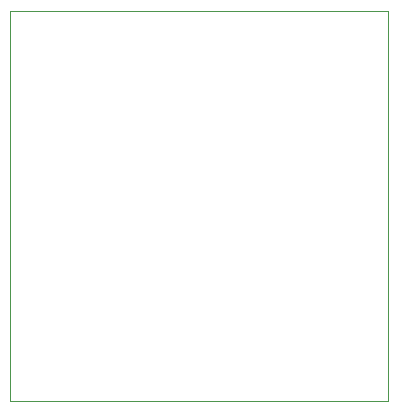
<source format=gbr>
%TF.GenerationSoftware,KiCad,Pcbnew,7.0.8*%
%TF.CreationDate,2024-06-01T15:01:04+09:00*%
%TF.ProjectId,BDCM_Driver_v1,4244434d-5f44-4726-9976-65725f76312e,rev?*%
%TF.SameCoordinates,PXaac6430PY8670810*%
%TF.FileFunction,Profile,NP*%
%FSLAX46Y46*%
G04 Gerber Fmt 4.6, Leading zero omitted, Abs format (unit mm)*
G04 Created by KiCad (PCBNEW 7.0.8) date 2024-06-01 15:01:04*
%MOMM*%
%LPD*%
G01*
G04 APERTURE LIST*
%TA.AperFunction,Profile*%
%ADD10C,0.100000*%
%TD*%
G04 APERTURE END LIST*
D10*
X-32004000Y33020000D02*
X0Y33020000D01*
X0Y0D01*
X-32004000Y0D01*
X-32004000Y33020000D01*
M02*

</source>
